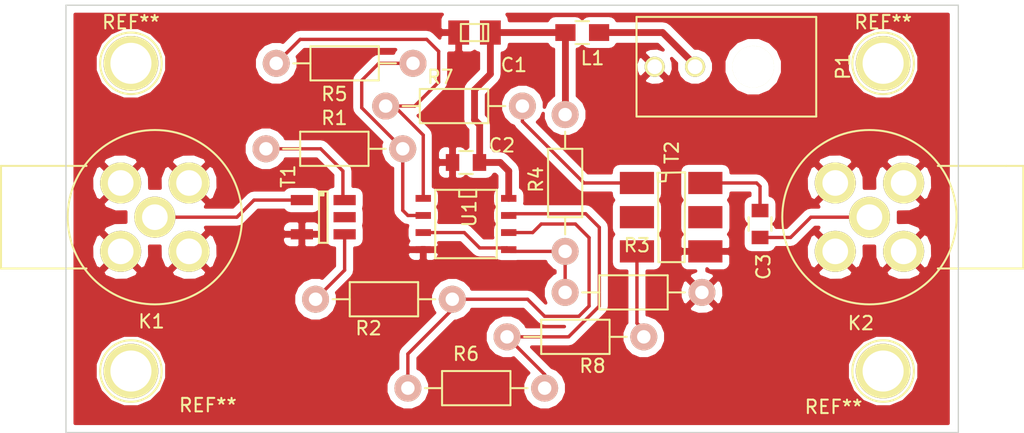
<source format=kicad_pcb>
(kicad_pcb (version 4) (host pcbnew 4.0.1-3.201512221401+6198~38~ubuntu15.10.1-stable)

  (general
    (links 36)
    (no_connects 0)
    (area 111.992999 91.919666 188.489001 124.256001)
    (thickness 1.6)
    (drawings 4)
    (tracks 84)
    (zones 0)
    (modules 22)
    (nets 18)
  )

  (page A4)
  (layers
    (0 F.Cu signal)
    (31 B.Cu signal)
    (32 B.Adhes user)
    (33 F.Adhes user)
    (34 B.Paste user)
    (35 F.Paste user)
    (36 B.SilkS user)
    (37 F.SilkS user)
    (38 B.Mask user)
    (39 F.Mask user)
    (40 Dwgs.User user)
    (41 Cmts.User user)
    (42 Eco1.User user)
    (43 Eco2.User user)
    (44 Edge.Cuts user)
    (45 Margin user)
    (46 B.CrtYd user)
    (47 F.CrtYd user)
    (48 B.Fab user)
    (49 F.Fab user)
  )

  (setup
    (last_trace_width 0.25)
    (trace_clearance 0.2)
    (zone_clearance 0.508)
    (zone_45_only no)
    (trace_min 0.2)
    (segment_width 0.2)
    (edge_width 0.1)
    (via_size 0.6)
    (via_drill 0.4)
    (via_min_size 0.4)
    (via_min_drill 0.3)
    (uvia_size 0.3)
    (uvia_drill 0.1)
    (uvias_allowed no)
    (uvia_min_size 0)
    (uvia_min_drill 0)
    (pcb_text_width 0.3)
    (pcb_text_size 1.5 1.5)
    (mod_edge_width 0.15)
    (mod_text_size 1 1)
    (mod_text_width 0.15)
    (pad_size 1.5 1.5)
    (pad_drill 0.6)
    (pad_to_mask_clearance 0)
    (aux_axis_origin 0 0)
    (visible_elements FFFFFF7F)
    (pcbplotparams
      (layerselection 0x010f0_80000001)
      (usegerberextensions false)
      (excludeedgelayer true)
      (linewidth 0.100000)
      (plotframeref false)
      (viasonmask false)
      (mode 1)
      (useauxorigin false)
      (hpglpennumber 1)
      (hpglpenspeed 20)
      (hpglpendiameter 15)
      (hpglpenoverlay 2)
      (psnegative false)
      (psa4output false)
      (plotreference true)
      (plotvalue true)
      (plotinvisibletext false)
      (padsonsilk false)
      (subtractmaskfromsilk false)
      (outputformat 1)
      (mirror false)
      (drillshape 0)
      (scaleselection 1)
      (outputdirectory gerber/))
  )

  (net 0 "")
  (net 1 "Net-(C1-Pad1)")
  (net 2 GND)
  (net 3 "Net-(C3-Pad1)")
  (net 4 "Net-(C3-Pad2)")
  (net 5 "Net-(K1-Pad1)")
  (net 6 +12V)
  (net 7 "Net-(R1-Pad1)")
  (net 8 "Net-(R1-Pad2)")
  (net 9 "Net-(R2-Pad1)")
  (net 10 "Net-(R2-Pad2)")
  (net 11 "Net-(R3-Pad1)")
  (net 12 "Net-(R5-Pad1)")
  (net 13 "Net-(R6-Pad1)")
  (net 14 "Net-(R7-Pad2)")
  (net 15 "Net-(R8-Pad1)")
  (net 16 "Net-(T1-Pad2)")
  (net 17 "Net-(T2-Pad2)")

  (net_class Default "This is the default net class."
    (clearance 0.2)
    (trace_width 0.25)
    (via_dia 0.6)
    (via_drill 0.4)
    (uvia_dia 0.3)
    (uvia_drill 0.1)
    (add_net "Net-(C3-Pad1)")
    (add_net "Net-(C3-Pad2)")
    (add_net "Net-(K1-Pad1)")
    (add_net "Net-(R1-Pad1)")
    (add_net "Net-(R1-Pad2)")
    (add_net "Net-(R2-Pad1)")
    (add_net "Net-(R2-Pad2)")
    (add_net "Net-(R3-Pad1)")
    (add_net "Net-(R5-Pad1)")
    (add_net "Net-(R6-Pad1)")
    (add_net "Net-(R7-Pad2)")
    (add_net "Net-(R8-Pad1)")
    (add_net "Net-(T1-Pad2)")
    (add_net "Net-(T2-Pad2)")
  )

  (net_class power ""
    (clearance 0.2)
    (trace_width 0.508)
    (via_dia 0.6)
    (via_drill 0.4)
    (uvia_dia 0.3)
    (uvia_drill 0.1)
    (add_net +12V)
    (add_net GND)
    (add_net "Net-(C1-Pad1)")
  )

  (module Capacitors_Tantalum_SMD:TantalC_SizeR_EIA-2012 placed (layer F.Cu) (tedit 569E5078) (tstamp 569C3B72)
    (at 147.447 94.488)
    (descr "Tantal Cap. , Size C, EIA-2012")
    (path /569C2287)
    (fp_text reference C1 (at 2.921 2.413) (layer F.SilkS)
      (effects (font (size 1 1) (thickness 0.15)))
    )
    (fp_text value "10 uF/16V" (at 0 1.27) (layer F.Fab)
      (effects (font (size 1 1) (thickness 0.15)))
    )
    (fp_line (start 0.635 -0.635) (end 0.635 0.635) (layer F.SilkS) (width 0.15))
    (fp_line (start -1.016 -0.635) (end -1.016 0.635) (layer F.SilkS) (width 0.15))
    (fp_line (start -1.016 0.635) (end 1.016 0.635) (layer F.SilkS) (width 0.15))
    (fp_line (start 1.016 0.635) (end 1.016 -0.635) (layer F.SilkS) (width 0.15))
    (fp_line (start 1.016 -0.635) (end -1.016 -0.635) (layer F.SilkS) (width 0.15))
    (pad 1 smd rect (at 1.17602 0) (size 1.5494 1.80086) (layers F.Cu F.Paste F.Mask)
      (net 1 "Net-(C1-Pad1)"))
    (pad 2 smd rect (at -1.17602 0) (size 1.5494 1.80086) (layers F.Cu F.Paste F.Mask)
      (net 2 GND))
    (model Capacitors_Tantalum_SMD.3dshapes/TantalC_SizeR_EIA-2012.wrl
      (at (xyz 0 0 0))
      (scale (xyz 1 1 1))
      (rotate (xyz 0 0 0))
    )
  )

  (module Capacitors_SMD:C_0805 placed (layer F.Cu) (tedit 569E5060) (tstamp 569C3B7E)
    (at 146.812 104.14 180)
    (descr "Capacitor SMD 0805, reflow soldering, AVX (see smccp.pdf)")
    (tags "capacitor 0805")
    (path /569C22BC)
    (attr smd)
    (fp_text reference C2 (at -2.667 1.27 180) (layer F.SilkS)
      (effects (font (size 1 1) (thickness 0.15)))
    )
    (fp_text value "100 nF" (at 0 2.1 180) (layer F.Fab)
      (effects (font (size 1 1) (thickness 0.15)))
    )
    (fp_line (start -1.8 -1) (end 1.8 -1) (layer F.CrtYd) (width 0.05))
    (fp_line (start -1.8 1) (end 1.8 1) (layer F.CrtYd) (width 0.05))
    (fp_line (start -1.8 -1) (end -1.8 1) (layer F.CrtYd) (width 0.05))
    (fp_line (start 1.8 -1) (end 1.8 1) (layer F.CrtYd) (width 0.05))
    (fp_line (start 0.5 -0.85) (end -0.5 -0.85) (layer F.SilkS) (width 0.15))
    (fp_line (start -0.5 0.85) (end 0.5 0.85) (layer F.SilkS) (width 0.15))
    (pad 1 smd rect (at -1 0 180) (size 1 1.25) (layers F.Cu F.Paste F.Mask)
      (net 1 "Net-(C1-Pad1)"))
    (pad 2 smd rect (at 1 0 180) (size 1 1.25) (layers F.Cu F.Paste F.Mask)
      (net 2 GND))
    (model Capacitors_SMD.3dshapes/C_0805.wrl
      (at (xyz 0 0 0))
      (scale (xyz 1 1 1))
      (rotate (xyz 0 0 0))
    )
  )

  (module Capacitors_SMD:C_0805 placed (layer F.Cu) (tedit 569E50F2) (tstamp 569C3B8A)
    (at 168.656 108.712 90)
    (descr "Capacitor SMD 0805, reflow soldering, AVX (see smccp.pdf)")
    (tags "capacitor 0805")
    (path /569C378F)
    (attr smd)
    (fp_text reference C3 (at -3.175 0.254 90) (layer F.SilkS)
      (effects (font (size 1 1) (thickness 0.15)))
    )
    (fp_text value "100 nF" (at 0 2.1 90) (layer F.Fab)
      (effects (font (size 1 1) (thickness 0.15)))
    )
    (fp_line (start -1.8 -1) (end 1.8 -1) (layer F.CrtYd) (width 0.05))
    (fp_line (start -1.8 1) (end 1.8 1) (layer F.CrtYd) (width 0.05))
    (fp_line (start -1.8 -1) (end -1.8 1) (layer F.CrtYd) (width 0.05))
    (fp_line (start 1.8 -1) (end 1.8 1) (layer F.CrtYd) (width 0.05))
    (fp_line (start 0.5 -0.85) (end -0.5 -0.85) (layer F.SilkS) (width 0.15))
    (fp_line (start -0.5 0.85) (end 0.5 0.85) (layer F.SilkS) (width 0.15))
    (pad 1 smd rect (at -1 0 90) (size 1 1.25) (layers F.Cu F.Paste F.Mask)
      (net 3 "Net-(C3-Pad1)"))
    (pad 2 smd rect (at 1 0 90) (size 1 1.25) (layers F.Cu F.Paste F.Mask)
      (net 4 "Net-(C3-Pad2)"))
    (model Capacitors_SMD.3dshapes/C_0805.wrl
      (at (xyz 0 0 0))
      (scale (xyz 1 1 1))
      (rotate (xyz 0 0 0))
    )
  )

  (module minicircuits:SMA_F_RA placed (layer F.Cu) (tedit 569E5103) (tstamp 569C3B93)
    (at 123.698 108.204 180)
    (path /569BF9B6)
    (fp_text reference K1 (at 0.254 -7.747 180) (layer F.SilkS)
      (effects (font (size 1 1) (thickness 0.15)))
    )
    (fp_text value "SMA F R/A" (at -6.16 -3.02 180) (layer F.Fab)
      (effects (font (size 1 1) (thickness 0.15)))
    )
    (fp_line (start 5.08 -3.81) (end 10.16 -3.81) (layer F.SilkS) (width 0.15))
    (fp_line (start 10.16 -3.81) (end 11.43 -3.81) (layer F.SilkS) (width 0.15))
    (fp_line (start 11.43 -3.81) (end 11.43 3.81) (layer F.SilkS) (width 0.15))
    (fp_line (start 11.43 3.81) (end 5.08 3.81) (layer F.SilkS) (width 0.15))
    (fp_circle (center 0 0) (end -1.27 -6.35) (layer F.SilkS) (width 0.15))
    (pad 1 thru_hole circle (at 0 0 180) (size 3.048 3.048) (drill 1.905) (layers *.Cu *.Mask F.SilkS)
      (net 5 "Net-(K1-Pad1)"))
    (pad 2 thru_hole circle (at 2.54 -2.54 180) (size 3.048 3.048) (drill 1.905) (layers *.Cu *.Mask F.SilkS)
      (net 2 GND))
    (pad 3 thru_hole circle (at 2.54 2.54 180) (size 3.048 3.048) (drill 1.905) (layers *.Cu *.Mask F.SilkS)
      (net 2 GND))
    (pad 4 thru_hole circle (at -2.54 2.54 180) (size 3.048 3.048) (drill 1.905) (layers *.Cu *.Mask F.SilkS)
      (net 2 GND))
    (pad 5 thru_hole circle (at -2.54 -2.54 180) (size 3.048 3.048) (drill 1.905) (layers *.Cu *.Mask F.SilkS)
      (net 2 GND))
  )

  (module minicircuits:SMA_F_RA placed (layer F.Cu) (tedit 569E50FE) (tstamp 569C3B9C)
    (at 176.784 108.204)
    (path /569C519C)
    (fp_text reference K2 (at -0.635 7.874) (layer F.SilkS)
      (effects (font (size 1 1) (thickness 0.15)))
    )
    (fp_text value "SMA F R/A" (at -6.16 -3.02) (layer F.Fab)
      (effects (font (size 1 1) (thickness 0.15)))
    )
    (fp_line (start 5.08 -3.81) (end 10.16 -3.81) (layer F.SilkS) (width 0.15))
    (fp_line (start 10.16 -3.81) (end 11.43 -3.81) (layer F.SilkS) (width 0.15))
    (fp_line (start 11.43 -3.81) (end 11.43 3.81) (layer F.SilkS) (width 0.15))
    (fp_line (start 11.43 3.81) (end 5.08 3.81) (layer F.SilkS) (width 0.15))
    (fp_circle (center 0 0) (end -1.27 -6.35) (layer F.SilkS) (width 0.15))
    (pad 1 thru_hole circle (at 0 0) (size 3.048 3.048) (drill 1.905) (layers *.Cu *.Mask F.SilkS)
      (net 3 "Net-(C3-Pad1)"))
    (pad 2 thru_hole circle (at 2.54 -2.54) (size 3.048 3.048) (drill 1.905) (layers *.Cu *.Mask F.SilkS)
      (net 2 GND))
    (pad 3 thru_hole circle (at 2.54 2.54) (size 3.048 3.048) (drill 1.905) (layers *.Cu *.Mask F.SilkS)
      (net 2 GND))
    (pad 4 thru_hole circle (at -2.54 2.54) (size 3.048 3.048) (drill 1.905) (layers *.Cu *.Mask F.SilkS)
      (net 2 GND))
    (pad 5 thru_hole circle (at -2.54 -2.54) (size 3.048 3.048) (drill 1.905) (layers *.Cu *.Mask F.SilkS)
      (net 2 GND))
  )

  (module Capacitors_SMD:C_0805_HandSoldering placed (layer F.Cu) (tedit 569E5071) (tstamp 569C3BA8)
    (at 155.448 94.488)
    (descr "Capacitor SMD 0805, hand soldering")
    (tags "capacitor 0805")
    (path /569C28E4)
    (attr smd)
    (fp_text reference L1 (at 0.762 1.905) (layer F.SilkS)
      (effects (font (size 1 1) (thickness 0.15)))
    )
    (fp_text value Ferrite (at 0 2.1) (layer F.Fab)
      (effects (font (size 1 1) (thickness 0.15)))
    )
    (fp_line (start -2.3 -1) (end 2.3 -1) (layer F.CrtYd) (width 0.05))
    (fp_line (start -2.3 1) (end 2.3 1) (layer F.CrtYd) (width 0.05))
    (fp_line (start -2.3 -1) (end -2.3 1) (layer F.CrtYd) (width 0.05))
    (fp_line (start 2.3 -1) (end 2.3 1) (layer F.CrtYd) (width 0.05))
    (fp_line (start 0.5 -0.85) (end -0.5 -0.85) (layer F.SilkS) (width 0.15))
    (fp_line (start -0.5 0.85) (end 0.5 0.85) (layer F.SilkS) (width 0.15))
    (pad 1 smd rect (at -1.25 0) (size 1.5 1.25) (layers F.Cu F.Paste F.Mask)
      (net 1 "Net-(C1-Pad1)"))
    (pad 2 smd rect (at 1.25 0) (size 1.5 1.25) (layers F.Cu F.Paste F.Mask)
      (net 6 +12V))
    (model Capacitors_SMD.3dshapes/C_0805_HandSoldering.wrl
      (at (xyz 0 0 0))
      (scale (xyz 1 1 1))
      (rotate (xyz 0 0 0))
    )
  )

  (module Connectors_Molex:Connector_Microfit3_Header_02x01_Angled_43045-020x placed (layer F.Cu) (tedit 55B90098) (tstamp 569C3BB7)
    (at 163.83 97.028 90)
    (descr "Microfit3 02x01 header angled 43045-0200")
    (tags "Microfit 02x01 angled 3mm pitch")
    (path /569C7D10)
    (fp_text reference P1 (at 0 11 90) (layer F.SilkS)
      (effects (font (size 1 1) (thickness 0.15)))
    )
    (fp_text value CONN_01X02 (at 0 -6.604 90) (layer F.Fab)
      (effects (font (size 1 1) (thickness 0.15)))
    )
    (fp_line (start -3.9 -4.55) (end -3.9 9.2) (layer F.CrtYd) (width 0.05))
    (fp_line (start -3.9 9.2) (end 3.9 9.2) (layer F.CrtYd) (width 0.05))
    (fp_line (start 3.9 9.2) (end 3.9 -4.55) (layer F.CrtYd) (width 0.05))
    (fp_line (start 3.9 -4.55) (end -3.9 -4.55) (layer F.CrtYd) (width 0.05))
    (fp_line (start -3.7 9) (end -3.7 -4.35) (layer F.SilkS) (width 0.15))
    (fp_line (start -3.7 -4.35) (end 3.7 -4.35) (layer F.SilkS) (width 0.15))
    (fp_line (start 3.7 -4.35) (end 3.7 9) (layer F.SilkS) (width 0.15))
    (fp_line (start 3.7 9) (end -3.7 9) (layer F.SilkS) (width 0.15))
    (pad 2 thru_hole circle (at 0 -3 90) (size 1.5 1.5) (drill 1.1) (layers *.Cu *.Mask F.SilkS)
      (net 2 GND))
    (pad 1 thru_hole circle (at 0 0 90) (size 1.5 1.5) (drill 1.1) (layers *.Cu *.Mask F.SilkS)
      (net 6 +12V))
    (pad "" np_thru_hole circle (at 0 4.32 90) (size 3.1 3.1) (drill 3.1) (layers *.Cu *.Mask F.SilkS))
  )

  (module Resistors_ThroughHole:Resistor_Horizontal_RM10mm placed (layer F.Cu) (tedit 569E50CB) (tstamp 569C3BC3)
    (at 137.033 103.124 180)
    (descr "Resistor, Axial,  RM 10mm, 1/3W,")
    (tags "Resistor, Axial, RM 10mm, 1/3W,")
    (path /569BFC06)
    (fp_text reference R1 (at 0 2.286 180) (layer F.SilkS)
      (effects (font (size 1 1) (thickness 0.15)))
    )
    (fp_text value 100 (at 3.81 3.81 180) (layer F.Fab)
      (effects (font (size 1 1) (thickness 0.15)))
    )
    (fp_line (start -2.54 -1.27) (end 2.54 -1.27) (layer F.SilkS) (width 0.15))
    (fp_line (start 2.54 -1.27) (end 2.54 1.27) (layer F.SilkS) (width 0.15))
    (fp_line (start 2.54 1.27) (end -2.54 1.27) (layer F.SilkS) (width 0.15))
    (fp_line (start -2.54 1.27) (end -2.54 -1.27) (layer F.SilkS) (width 0.15))
    (fp_line (start -2.54 0) (end -3.81 0) (layer F.SilkS) (width 0.15))
    (fp_line (start 2.54 0) (end 3.81 0) (layer F.SilkS) (width 0.15))
    (pad 1 thru_hole circle (at -5.08 0 180) (size 1.99898 1.99898) (drill 1.00076) (layers *.Cu *.SilkS *.Mask)
      (net 7 "Net-(R1-Pad1)"))
    (pad 2 thru_hole circle (at 5.08 0 180) (size 1.99898 1.99898) (drill 1.00076) (layers *.Cu *.SilkS *.Mask)
      (net 8 "Net-(R1-Pad2)"))
    (model Resistors_ThroughHole.3dshapes/Resistor_Horizontal_RM10mm.wrl
      (at (xyz 0 0 0))
      (scale (xyz 0.4 0.4 0.4))
      (rotate (xyz 0 0 0))
    )
  )

  (module Resistors_ThroughHole:Resistor_Horizontal_RM10mm placed (layer F.Cu) (tedit 569E50D1) (tstamp 569C3BCF)
    (at 140.716 114.3 180)
    (descr "Resistor, Axial,  RM 10mm, 1/3W,")
    (tags "Resistor, Axial, RM 10mm, 1/3W,")
    (path /569BFCE6)
    (fp_text reference R2 (at 1.143 -2.159 180) (layer F.SilkS)
      (effects (font (size 1 1) (thickness 0.15)))
    )
    (fp_text value 100 (at 3.81 3.81 180) (layer F.Fab)
      (effects (font (size 1 1) (thickness 0.15)))
    )
    (fp_line (start -2.54 -1.27) (end 2.54 -1.27) (layer F.SilkS) (width 0.15))
    (fp_line (start 2.54 -1.27) (end 2.54 1.27) (layer F.SilkS) (width 0.15))
    (fp_line (start 2.54 1.27) (end -2.54 1.27) (layer F.SilkS) (width 0.15))
    (fp_line (start -2.54 1.27) (end -2.54 -1.27) (layer F.SilkS) (width 0.15))
    (fp_line (start -2.54 0) (end -3.81 0) (layer F.SilkS) (width 0.15))
    (fp_line (start 2.54 0) (end 3.81 0) (layer F.SilkS) (width 0.15))
    (pad 1 thru_hole circle (at -5.08 0 180) (size 1.99898 1.99898) (drill 1.00076) (layers *.Cu *.SilkS *.Mask)
      (net 9 "Net-(R2-Pad1)"))
    (pad 2 thru_hole circle (at 5.08 0 180) (size 1.99898 1.99898) (drill 1.00076) (layers *.Cu *.SilkS *.Mask)
      (net 10 "Net-(R2-Pad2)"))
    (model Resistors_ThroughHole.3dshapes/Resistor_Horizontal_RM10mm.wrl
      (at (xyz 0 0 0))
      (scale (xyz 0.4 0.4 0.4))
      (rotate (xyz 0 0 0))
    )
  )

  (module Resistors_ThroughHole:Resistor_Horizontal_RM10mm placed (layer F.Cu) (tedit 53F56209) (tstamp 569C3BDB)
    (at 159.258 113.792)
    (descr "Resistor, Axial,  RM 10mm, 1/3W,")
    (tags "Resistor, Axial, RM 10mm, 1/3W,")
    (path /569C0A5D)
    (fp_text reference R3 (at 0.24892 -3.50012) (layer F.SilkS)
      (effects (font (size 1 1) (thickness 0.15)))
    )
    (fp_text value 1K (at 3.81 3.81) (layer F.Fab)
      (effects (font (size 1 1) (thickness 0.15)))
    )
    (fp_line (start -2.54 -1.27) (end 2.54 -1.27) (layer F.SilkS) (width 0.15))
    (fp_line (start 2.54 -1.27) (end 2.54 1.27) (layer F.SilkS) (width 0.15))
    (fp_line (start 2.54 1.27) (end -2.54 1.27) (layer F.SilkS) (width 0.15))
    (fp_line (start -2.54 1.27) (end -2.54 -1.27) (layer F.SilkS) (width 0.15))
    (fp_line (start -2.54 0) (end -3.81 0) (layer F.SilkS) (width 0.15))
    (fp_line (start 2.54 0) (end 3.81 0) (layer F.SilkS) (width 0.15))
    (pad 1 thru_hole circle (at -5.08 0) (size 1.99898 1.99898) (drill 1.00076) (layers *.Cu *.SilkS *.Mask)
      (net 11 "Net-(R3-Pad1)"))
    (pad 2 thru_hole circle (at 5.08 0) (size 1.99898 1.99898) (drill 1.00076) (layers *.Cu *.SilkS *.Mask)
      (net 2 GND))
    (model Resistors_ThroughHole.3dshapes/Resistor_Horizontal_RM10mm.wrl
      (at (xyz 0 0 0))
      (scale (xyz 0.4 0.4 0.4))
      (rotate (xyz 0 0 0))
    )
  )

  (module Resistors_ThroughHole:Resistor_Horizontal_RM10mm placed (layer F.Cu) (tedit 569E50E9) (tstamp 569C3BE7)
    (at 154.178 105.664 270)
    (descr "Resistor, Axial,  RM 10mm, 1/3W,")
    (tags "Resistor, Axial, RM 10mm, 1/3W,")
    (path /569C2114)
    (fp_text reference R4 (at -0.254 2.159 270) (layer F.SilkS)
      (effects (font (size 1 1) (thickness 0.15)))
    )
    (fp_text value 1K (at 3.81 3.81 270) (layer F.Fab)
      (effects (font (size 1 1) (thickness 0.15)))
    )
    (fp_line (start -2.54 -1.27) (end 2.54 -1.27) (layer F.SilkS) (width 0.15))
    (fp_line (start 2.54 -1.27) (end 2.54 1.27) (layer F.SilkS) (width 0.15))
    (fp_line (start 2.54 1.27) (end -2.54 1.27) (layer F.SilkS) (width 0.15))
    (fp_line (start -2.54 1.27) (end -2.54 -1.27) (layer F.SilkS) (width 0.15))
    (fp_line (start -2.54 0) (end -3.81 0) (layer F.SilkS) (width 0.15))
    (fp_line (start 2.54 0) (end 3.81 0) (layer F.SilkS) (width 0.15))
    (pad 1 thru_hole circle (at -5.08 0 270) (size 1.99898 1.99898) (drill 1.00076) (layers *.Cu *.SilkS *.Mask)
      (net 1 "Net-(C1-Pad1)"))
    (pad 2 thru_hole circle (at 5.08 0 270) (size 1.99898 1.99898) (drill 1.00076) (layers *.Cu *.SilkS *.Mask)
      (net 11 "Net-(R3-Pad1)"))
    (model Resistors_ThroughHole.3dshapes/Resistor_Horizontal_RM10mm.wrl
      (at (xyz 0 0 0))
      (scale (xyz 0.4 0.4 0.4))
      (rotate (xyz 0 0 0))
    )
  )

  (module Resistors_ThroughHole:Resistor_Horizontal_RM10mm placed (layer F.Cu) (tedit 569E50C8) (tstamp 569C3BF3)
    (at 137.795 96.774)
    (descr "Resistor, Axial,  RM 10mm, 1/3W,")
    (tags "Resistor, Axial, RM 10mm, 1/3W,")
    (path /569C1EA7)
    (fp_text reference R5 (at -0.762 2.286) (layer F.SilkS)
      (effects (font (size 1 1) (thickness 0.15)))
    )
    (fp_text value 1K (at 3.81 3.81) (layer F.Fab)
      (effects (font (size 1 1) (thickness 0.15)))
    )
    (fp_line (start -2.54 -1.27) (end 2.54 -1.27) (layer F.SilkS) (width 0.15))
    (fp_line (start 2.54 -1.27) (end 2.54 1.27) (layer F.SilkS) (width 0.15))
    (fp_line (start 2.54 1.27) (end -2.54 1.27) (layer F.SilkS) (width 0.15))
    (fp_line (start -2.54 1.27) (end -2.54 -1.27) (layer F.SilkS) (width 0.15))
    (fp_line (start -2.54 0) (end -3.81 0) (layer F.SilkS) (width 0.15))
    (fp_line (start 2.54 0) (end 3.81 0) (layer F.SilkS) (width 0.15))
    (pad 1 thru_hole circle (at -5.08 0) (size 1.99898 1.99898) (drill 1.00076) (layers *.Cu *.SilkS *.Mask)
      (net 12 "Net-(R5-Pad1)"))
    (pad 2 thru_hole circle (at 5.08 0) (size 1.99898 1.99898) (drill 1.00076) (layers *.Cu *.SilkS *.Mask)
      (net 7 "Net-(R1-Pad1)"))
    (model Resistors_ThroughHole.3dshapes/Resistor_Horizontal_RM10mm.wrl
      (at (xyz 0 0 0))
      (scale (xyz 0.4 0.4 0.4))
      (rotate (xyz 0 0 0))
    )
  )

  (module Resistors_ThroughHole:Resistor_Horizontal_RM10mm placed (layer F.Cu) (tedit 569E50D5) (tstamp 569C3BFF)
    (at 147.574 120.904 180)
    (descr "Resistor, Axial,  RM 10mm, 1/3W,")
    (tags "Resistor, Axial, RM 10mm, 1/3W,")
    (path /569C1D63)
    (fp_text reference R6 (at 0.762 2.54 180) (layer F.SilkS)
      (effects (font (size 1 1) (thickness 0.15)))
    )
    (fp_text value 1K (at 3.81 3.81 180) (layer F.Fab)
      (effects (font (size 1 1) (thickness 0.15)))
    )
    (fp_line (start -2.54 -1.27) (end 2.54 -1.27) (layer F.SilkS) (width 0.15))
    (fp_line (start 2.54 -1.27) (end 2.54 1.27) (layer F.SilkS) (width 0.15))
    (fp_line (start 2.54 1.27) (end -2.54 1.27) (layer F.SilkS) (width 0.15))
    (fp_line (start -2.54 1.27) (end -2.54 -1.27) (layer F.SilkS) (width 0.15))
    (fp_line (start -2.54 0) (end -3.81 0) (layer F.SilkS) (width 0.15))
    (fp_line (start 2.54 0) (end 3.81 0) (layer F.SilkS) (width 0.15))
    (pad 1 thru_hole circle (at -5.08 0 180) (size 1.99898 1.99898) (drill 1.00076) (layers *.Cu *.SilkS *.Mask)
      (net 13 "Net-(R6-Pad1)"))
    (pad 2 thru_hole circle (at 5.08 0 180) (size 1.99898 1.99898) (drill 1.00076) (layers *.Cu *.SilkS *.Mask)
      (net 9 "Net-(R2-Pad1)"))
    (model Resistors_ThroughHole.3dshapes/Resistor_Horizontal_RM10mm.wrl
      (at (xyz 0 0 0))
      (scale (xyz 0.4 0.4 0.4))
      (rotate (xyz 0 0 0))
    )
  )

  (module Resistors_ThroughHole:Resistor_Horizontal_RM10mm placed (layer F.Cu) (tedit 569E507F) (tstamp 569C3C0B)
    (at 145.923 99.949)
    (descr "Resistor, Axial,  RM 10mm, 1/3W,")
    (tags "Resistor, Axial, RM 10mm, 1/3W,")
    (path /569C2EB2)
    (fp_text reference R7 (at -1.016 -2.159) (layer F.SilkS)
      (effects (font (size 1 1) (thickness 0.15)))
    )
    (fp_text value 4R99 (at 3.81 3.81) (layer F.Fab)
      (effects (font (size 1 1) (thickness 0.15)))
    )
    (fp_line (start -2.54 -1.27) (end 2.54 -1.27) (layer F.SilkS) (width 0.15))
    (fp_line (start 2.54 -1.27) (end 2.54 1.27) (layer F.SilkS) (width 0.15))
    (fp_line (start 2.54 1.27) (end -2.54 1.27) (layer F.SilkS) (width 0.15))
    (fp_line (start -2.54 1.27) (end -2.54 -1.27) (layer F.SilkS) (width 0.15))
    (fp_line (start -2.54 0) (end -3.81 0) (layer F.SilkS) (width 0.15))
    (fp_line (start 2.54 0) (end 3.81 0) (layer F.SilkS) (width 0.15))
    (pad 1 thru_hole circle (at -5.08 0) (size 1.99898 1.99898) (drill 1.00076) (layers *.Cu *.SilkS *.Mask)
      (net 12 "Net-(R5-Pad1)"))
    (pad 2 thru_hole circle (at 5.08 0) (size 1.99898 1.99898) (drill 1.00076) (layers *.Cu *.SilkS *.Mask)
      (net 14 "Net-(R7-Pad2)"))
    (model Resistors_ThroughHole.3dshapes/Resistor_Horizontal_RM10mm.wrl
      (at (xyz 0 0 0))
      (scale (xyz 0.4 0.4 0.4))
      (rotate (xyz 0 0 0))
    )
  )

  (module Resistors_ThroughHole:Resistor_Horizontal_RM10mm placed (layer F.Cu) (tedit 569E50DC) (tstamp 569C3C17)
    (at 154.94 117.094 180)
    (descr "Resistor, Axial,  RM 10mm, 1/3W,")
    (tags "Resistor, Axial, RM 10mm, 1/3W,")
    (path /569C2F0F)
    (fp_text reference R8 (at -1.27 -2.159 180) (layer F.SilkS)
      (effects (font (size 1 1) (thickness 0.15)))
    )
    (fp_text value 4R99 (at 3.81 3.81 180) (layer F.Fab)
      (effects (font (size 1 1) (thickness 0.15)))
    )
    (fp_line (start -2.54 -1.27) (end 2.54 -1.27) (layer F.SilkS) (width 0.15))
    (fp_line (start 2.54 -1.27) (end 2.54 1.27) (layer F.SilkS) (width 0.15))
    (fp_line (start 2.54 1.27) (end -2.54 1.27) (layer F.SilkS) (width 0.15))
    (fp_line (start -2.54 1.27) (end -2.54 -1.27) (layer F.SilkS) (width 0.15))
    (fp_line (start -2.54 0) (end -3.81 0) (layer F.SilkS) (width 0.15))
    (fp_line (start 2.54 0) (end 3.81 0) (layer F.SilkS) (width 0.15))
    (pad 1 thru_hole circle (at -5.08 0 180) (size 1.99898 1.99898) (drill 1.00076) (layers *.Cu *.SilkS *.Mask)
      (net 15 "Net-(R8-Pad1)"))
    (pad 2 thru_hole circle (at 5.08 0 180) (size 1.99898 1.99898) (drill 1.00076) (layers *.Cu *.SilkS *.Mask)
      (net 13 "Net-(R6-Pad1)"))
    (model Resistors_ThroughHole.3dshapes/Resistor_Horizontal_RM10mm.wrl
      (at (xyz 0 0 0))
      (scale (xyz 0.4 0.4 0.4))
      (rotate (xyz 0 0 0))
    )
  )

  (module minicircuits:TC4-1T placed (layer F.Cu) (tedit 569E504C) (tstamp 569C3C20)
    (at 134.62 106.934 270)
    (path /569BF820)
    (fp_text reference T1 (at -1.778 1.016 270) (layer F.SilkS)
      (effects (font (size 1 1) (thickness 0.15)))
    )
    (fp_text value TC4-1T (at 1.35 -1.5 270) (layer F.Fab) hide
      (effects (font (size 0.5 0.5) (thickness 0.125)))
    )
    (fp_line (start -0.45 -1.3) (end -0.45 -1.6) (layer F.SilkS) (width 0.15))
    (fp_line (start -0.45 -1.6) (end -0.35 -1.6) (layer F.SilkS) (width 0.15))
    (fp_line (start -0.35 -1.35) (end -0.35 -1.6) (layer F.SilkS) (width 0.15))
    (fp_line (start -0.35 -1.6) (end -0.55 -1.6) (layer F.SilkS) (width 0.15))
    (fp_line (start -0.55 -1.6) (end -0.5 -1.4) (layer F.SilkS) (width 0.15))
    (fp_line (start -0.635 -1.27) (end 3.175 -1.27) (layer F.SilkS) (width 0.15))
    (fp_line (start 3.175 -1.27) (end 3.175 -1.905) (layer F.SilkS) (width 0.15))
    (fp_line (start 3.175 -1.905) (end -0.635 -1.905) (layer F.SilkS) (width 0.15))
    (fp_line (start -0.635 -1.905) (end -0.635 -1.27) (layer F.SilkS) (width 0.15))
    (pad 5 smd rect (at 0 0 270) (size 0.76 1.65) (layers F.Cu F.Paste F.Mask))
    (pad 4 smd rect (at 2.54 0 270) (size 0.76 1.65) (layers F.Cu F.Paste F.Mask)
      (net 2 GND))
    (pad 1 smd rect (at 0 -3.175 270) (size 0.76 1.65) (layers F.Cu F.Paste F.Mask)
      (net 8 "Net-(R1-Pad2)"))
    (pad 2 smd rect (at 1.27 -3.175 270) (size 0.76 1.65) (layers F.Cu F.Paste F.Mask)
      (net 16 "Net-(T1-Pad2)"))
    (pad 3 smd rect (at 2.54 -3.175 270) (size 0.76 1.65) (layers F.Cu F.Paste F.Mask)
      (net 10 "Net-(R2-Pad2)"))
  )

  (module minicircuits:ADT1.5-1 placed (layer F.Cu) (tedit 569BEF97) (tstamp 569C3C2A)
    (at 159.512 105.664 270)
    (path /569E4E79)
    (fp_text reference T2 (at -2.27 -2.59 270) (layer F.SilkS)
      (effects (font (size 1 1) (thickness 0.15)))
    )
    (fp_text value ADT1.5-1 (at 2.83 -2.63 270) (layer F.Fab)
      (effects (font (size 0.8 0.8) (thickness 0.15)))
    )
    (fp_line (start -0.67 -1.56) (end 5.88 -1.6) (layer F.SilkS) (width 0.15))
    (fp_line (start 5.88 -1.6) (end 5.88 -3.54) (layer F.SilkS) (width 0.15))
    (fp_line (start 5.88 -3.54) (end -0.79 -3.58) (layer F.SilkS) (width 0.15))
    (fp_line (start -0.79 -3.58) (end -0.75 -1.52) (layer F.SilkS) (width 0.15))
    (fp_line (start -0.75 -1.52) (end -0.1 -1.56) (layer F.SilkS) (width 0.15))
    (fp_line (start -0.1 -1.56) (end -0.14 -2.13) (layer F.SilkS) (width 0.15))
    (fp_line (start -0.14 -2.13) (end -0.64 -2.17) (layer F.SilkS) (width 0.15))
    (fp_line (start -0.64 -2.17) (end -0.56 -2.17) (layer F.SilkS) (width 0.15))
    (pad 1 smd rect (at 0 0 270) (size 1.65 2.54) (layers F.Cu F.Paste F.Mask)
      (net 14 "Net-(R7-Pad2)"))
    (pad 6 smd rect (at 0 -5.08 270) (size 1.65 2.54) (layers F.Cu F.Paste F.Mask)
      (net 4 "Net-(C3-Pad2)"))
    (pad 2 smd rect (at 2.54 0 270) (size 1.65 2.54) (layers F.Cu F.Paste F.Mask)
      (net 17 "Net-(T2-Pad2)"))
    (pad 3 smd rect (at 5.08 0 270) (size 1.65 2.54) (layers F.Cu F.Paste F.Mask)
      (net 15 "Net-(R8-Pad1)"))
    (pad 4 smd rect (at 5.08 -5.08 270) (size 1.65 2.54) (layers F.Cu F.Paste F.Mask)
      (net 2 GND))
    (pad 5 smd rect (at 2.54 -5.08 270) (size 1.65 2.54) (layers F.Cu F.Paste F.Mask))
  )

  (module SMD_Packages:SOIC-8-N placed (layer F.Cu) (tedit 569E508D) (tstamp 569C3C3D)
    (at 146.812 108.712 270)
    (descr "Module Narrow CMS SOJ 8 pins large")
    (tags "CMS SOJ")
    (path /569C088B)
    (attr smd)
    (fp_text reference U1 (at -0.762 -0.254 270) (layer F.SilkS)
      (effects (font (size 1 1) (thickness 0.15)))
    )
    (fp_text value OPA26741C (at 0 1.27 270) (layer F.Fab)
      (effects (font (size 1 1) (thickness 0.15)))
    )
    (fp_line (start -2.54 -2.286) (end 2.54 -2.286) (layer F.SilkS) (width 0.15))
    (fp_line (start 2.54 -2.286) (end 2.54 2.286) (layer F.SilkS) (width 0.15))
    (fp_line (start 2.54 2.286) (end -2.54 2.286) (layer F.SilkS) (width 0.15))
    (fp_line (start -2.54 2.286) (end -2.54 -2.286) (layer F.SilkS) (width 0.15))
    (fp_line (start -2.54 -0.762) (end -2.032 -0.762) (layer F.SilkS) (width 0.15))
    (fp_line (start -2.032 -0.762) (end -2.032 0.508) (layer F.SilkS) (width 0.15))
    (fp_line (start -2.032 0.508) (end -2.54 0.508) (layer F.SilkS) (width 0.15))
    (pad 8 smd rect (at -1.905 -3.175 270) (size 0.508 1.143) (layers F.Cu F.Paste F.Mask)
      (net 1 "Net-(C1-Pad1)"))
    (pad 7 smd rect (at -0.635 -3.175 270) (size 0.508 1.143) (layers F.Cu F.Paste F.Mask)
      (net 13 "Net-(R6-Pad1)"))
    (pad 6 smd rect (at 0.635 -3.175 270) (size 0.508 1.143) (layers F.Cu F.Paste F.Mask)
      (net 9 "Net-(R2-Pad1)"))
    (pad 5 smd rect (at 1.905 -3.175 270) (size 0.508 1.143) (layers F.Cu F.Paste F.Mask)
      (net 11 "Net-(R3-Pad1)"))
    (pad 4 smd rect (at 1.905 3.175 270) (size 0.508 1.143) (layers F.Cu F.Paste F.Mask)
      (net 2 GND))
    (pad 3 smd rect (at 0.635 3.175 270) (size 0.508 1.143) (layers F.Cu F.Paste F.Mask)
      (net 11 "Net-(R3-Pad1)"))
    (pad 2 smd rect (at -0.635 3.175 270) (size 0.508 1.143) (layers F.Cu F.Paste F.Mask)
      (net 7 "Net-(R1-Pad1)"))
    (pad 1 smd rect (at -1.905 3.175 270) (size 0.508 1.143) (layers F.Cu F.Paste F.Mask)
      (net 12 "Net-(R5-Pad1)"))
    (model SMD_Packages.3dshapes/SOIC-8-N.wrl
      (at (xyz 0 0 0))
      (scale (xyz 0.5 0.38 0.5))
      (rotate (xyz 0 0 0))
    )
  )

  (module Connect:1pin (layer F.Cu) (tedit 0) (tstamp 569E55D8)
    (at 121.92 96.774)
    (descr "module 1 pin (ou trou mecanique de percage)")
    (tags DEV)
    (fp_text reference REF** (at 0 -3.048) (layer F.SilkS)
      (effects (font (size 1 1) (thickness 0.15)))
    )
    (fp_text value 1pin (at 0 2.794) (layer F.Fab)
      (effects (font (size 1 1) (thickness 0.15)))
    )
    (fp_circle (center 0 0) (end 0 -2.286) (layer F.SilkS) (width 0.15))
    (pad 1 thru_hole circle (at 0 0) (size 4.064 4.064) (drill 3.048) (layers *.Cu *.Mask F.SilkS))
  )

  (module Connect:1pin (layer F.Cu) (tedit 569E5783) (tstamp 569E563D)
    (at 121.92 119.634)
    (descr "module 1 pin (ou trou mecanique de percage)")
    (tags DEV)
    (fp_text reference REF** (at 5.715 2.54) (layer F.SilkS)
      (effects (font (size 1 1) (thickness 0.15)))
    )
    (fp_text value 1pin (at 0 2.794) (layer F.Fab)
      (effects (font (size 1 1) (thickness 0.15)))
    )
    (fp_circle (center 0 0) (end 0 -2.286) (layer F.SilkS) (width 0.15))
    (pad 1 thru_hole circle (at 0 0) (size 4.064 4.064) (drill 3.048) (layers *.Cu *.Mask F.SilkS))
  )

  (module Connect:1pin (layer F.Cu) (tedit 569E577E) (tstamp 569E5653)
    (at 177.8 119.634)
    (descr "module 1 pin (ou trou mecanique de percage)")
    (tags DEV)
    (fp_text reference REF** (at -3.683 2.667) (layer F.SilkS)
      (effects (font (size 1 1) (thickness 0.15)))
    )
    (fp_text value 1pin (at 0 2.794) (layer F.Fab)
      (effects (font (size 1 1) (thickness 0.15)))
    )
    (fp_circle (center 0 0) (end 0 -2.286) (layer F.SilkS) (width 0.15))
    (pad 1 thru_hole circle (at 0 0) (size 4.064 4.064) (drill 3.048) (layers *.Cu *.Mask F.SilkS))
  )

  (module Connect:1pin (layer F.Cu) (tedit 0) (tstamp 569E565B)
    (at 177.8 96.774)
    (descr "module 1 pin (ou trou mecanique de percage)")
    (tags DEV)
    (fp_text reference REF** (at 0 -3.048) (layer F.SilkS)
      (effects (font (size 1 1) (thickness 0.15)))
    )
    (fp_text value 1pin (at 0 2.794) (layer F.Fab)
      (effects (font (size 1 1) (thickness 0.15)))
    )
    (fp_circle (center 0 0) (end 0 -2.286) (layer F.SilkS) (width 0.15))
    (pad 1 thru_hole circle (at 0 0) (size 4.064 4.064) (drill 3.048) (layers *.Cu *.Mask F.SilkS))
  )

  (gr_line (start 117.094 92.456) (end 117.094 124.206) (angle 90) (layer Edge.Cuts) (width 0.1))
  (gr_line (start 183.388 92.456) (end 117.094 92.456) (angle 90) (layer Edge.Cuts) (width 0.1))
  (gr_line (start 183.388 124.206) (end 183.388 92.456) (angle 90) (layer Edge.Cuts) (width 0.1))
  (gr_line (start 117.094 124.206) (end 183.388 124.206) (angle 90) (layer Edge.Cuts) (width 0.1))

  (segment (start 148.62302 94.488) (end 148.62302 97.56902) (width 0.508) (layer F.Cu) (net 1) (status 10))
  (segment (start 147.828 101.346) (end 147.828 104.124) (width 0.508) (layer F.Cu) (net 1) (tstamp 569E496F) (status 20))
  (segment (start 147.447 100.965) (end 147.828 101.346) (width 0.508) (layer F.Cu) (net 1) (tstamp 569E496D))
  (segment (start 147.447 98.74504) (end 147.447 100.965) (width 0.508) (layer F.Cu) (net 1) (tstamp 569E496B))
  (segment (start 148.62302 97.56902) (end 147.447 98.74504) (width 0.508) (layer F.Cu) (net 1) (tstamp 569E4967))
  (segment (start 147.828 104.124) (end 147.812 104.14) (width 0.508) (layer F.Cu) (net 1) (tstamp 569E4972) (status 30))
  (segment (start 147.812 104.14) (end 149.352 104.14) (width 0.508) (layer F.Cu) (net 1) (tstamp 569E4973) (status 10))
  (segment (start 149.352 104.14) (end 149.987 104.775) (width 0.508) (layer F.Cu) (net 1) (tstamp 569E4976))
  (segment (start 149.987 104.775) (end 149.987 106.807) (width 0.508) (layer F.Cu) (net 1) (tstamp 569E4977) (status 20))
  (segment (start 154.198 94.488) (end 154.198 100.564) (width 0.508) (layer F.Cu) (net 1) (status 30))
  (segment (start 154.198 100.564) (end 154.178 100.584) (width 0.508) (layer F.Cu) (net 1) (tstamp 569E4935) (status 30))
  (segment (start 154.198 94.488) (end 149.25802 94.488) (width 0.508) (layer F.Cu) (net 1) (status 30))
  (segment (start 149.25802 94.488) (end 149.098 94.32798) (width 0.508) (layer F.Cu) (net 1) (tstamp 569E492B) (status 30))
  (segment (start 154.178 94.508) (end 154.198 94.488) (width 0.25) (layer F.Cu) (net 1) (tstamp 569C4F0F) (status 30))
  (segment (start 149.25802 94.488) (end 149.098 94.32798) (width 0.25) (layer F.Cu) (net 1) (tstamp 569C4E64) (status 30))
  (segment (start 143.637 110.617) (end 143.51 110.617) (width 0.508) (layer F.Cu) (net 2) (status 30))
  (segment (start 164.338 110.998) (end 164.592 110.744) (width 0.508) (layer F.Cu) (net 2) (tstamp 569E4BF1) (status 30))
  (segment (start 174.117 110.744) (end 174.244 110.744) (width 0.508) (layer F.Cu) (net 2) (tstamp 569E4BDE) (status 30))
  (segment (start 168.656 109.712) (end 170.926 109.712) (width 0.25) (layer F.Cu) (net 3) (status 10))
  (segment (start 172.434 108.204) (end 176.784 108.204) (width 0.25) (layer F.Cu) (net 3) (tstamp 569C4DEB) (status 20))
  (segment (start 170.926 109.712) (end 172.434 108.204) (width 0.25) (layer F.Cu) (net 3) (tstamp 569C4DE9))
  (segment (start 168.656 107.712) (end 168.656 105.918) (width 0.25) (layer F.Cu) (net 4) (status 10))
  (segment (start 168.402 105.664) (end 164.592 105.664) (width 0.25) (layer F.Cu) (net 4) (tstamp 569E4487) (status 20))
  (segment (start 168.656 105.918) (end 168.402 105.664) (width 0.25) (layer F.Cu) (net 4) (tstamp 569E4482))
  (segment (start 123.698 108.204) (end 129.794 108.204) (width 0.25) (layer F.Cu) (net 5) (status 10))
  (segment (start 129.794 108.204) (end 131.064 106.934) (width 0.25) (layer F.Cu) (net 5) (tstamp 569C476A))
  (segment (start 131.064 106.934) (end 134.62 106.934) (width 0.25) (layer F.Cu) (net 5) (tstamp 569C476E) (status 20))
  (segment (start 163.83 97.028) (end 163.83 96.901) (width 0.508) (layer F.Cu) (net 6) (status 30))
  (segment (start 163.83 96.901) (end 161.417 94.488) (width 0.508) (layer F.Cu) (net 6) (tstamp 569E48DD) (status 10))
  (segment (start 161.417 94.488) (end 156.698 94.488) (width 0.508) (layer F.Cu) (net 6) (tstamp 569E48DF) (status 20))
  (segment (start 163.83 97.028) (end 163.83 96.52) (width 0.25) (layer F.Cu) (net 6) (status 30))
  (segment (start 142.113 103.124) (end 142.113 107.696) (width 0.25) (layer F.Cu) (net 7) (status 10))
  (segment (start 142.494 108.077) (end 143.637 108.077) (width 0.25) (layer F.Cu) (net 7) (tstamp 569E4B62) (status 20))
  (segment (start 142.113 107.696) (end 142.494 108.077) (width 0.25) (layer F.Cu) (net 7) (tstamp 569E4B5E))
  (segment (start 142.875 96.774) (end 140.335 96.774) (width 0.25) (layer F.Cu) (net 7) (status 10))
  (segment (start 139.065 100.076) (end 142.113 103.124) (width 0.25) (layer F.Cu) (net 7) (tstamp 569E4B5A) (status 20))
  (segment (start 139.065 98.044) (end 139.065 100.076) (width 0.25) (layer F.Cu) (net 7) (tstamp 569E4B58))
  (segment (start 140.335 96.774) (end 139.065 98.044) (width 0.25) (layer F.Cu) (net 7) (tstamp 569E4B54))
  (segment (start 131.953 103.124) (end 136.017 103.124) (width 0.25) (layer F.Cu) (net 8) (status 10))
  (segment (start 137.668 104.775) (end 137.668 106.807) (width 0.25) (layer F.Cu) (net 8) (tstamp 569E4A91) (status 20))
  (segment (start 136.017 103.124) (end 137.668 104.775) (width 0.25) (layer F.Cu) (net 8) (tstamp 569E4A90))
  (segment (start 137.668 106.807) (end 137.795 106.934) (width 0.25) (layer F.Cu) (net 8) (tstamp 569E4A92) (status 30))
  (segment (start 149.987 109.347) (end 151.765 109.347) (width 0.25) (layer F.Cu) (net 9) (status 10))
  (segment (start 151.384 114.3) (end 145.796 114.3) (width 0.25) (layer F.Cu) (net 9) (tstamp 569C4D5B) (status 20))
  (segment (start 152.654 115.57) (end 151.384 114.3) (width 0.25) (layer F.Cu) (net 9) (tstamp 569C4D59))
  (segment (start 155.194 115.57) (end 152.654 115.57) (width 0.25) (layer F.Cu) (net 9) (tstamp 569C4D56))
  (segment (start 155.956 114.808) (end 155.194 115.57) (width 0.25) (layer F.Cu) (net 9) (tstamp 569C4D54))
  (segment (start 155.956 109.728) (end 155.956 114.808) (width 0.25) (layer F.Cu) (net 9) (tstamp 569C4D50))
  (segment (start 154.94 108.712) (end 155.956 109.728) (width 0.25) (layer F.Cu) (net 9) (tstamp 569C4D4F))
  (segment (start 152.4 108.712) (end 154.94 108.712) (width 0.25) (layer F.Cu) (net 9) (tstamp 569C4D4D))
  (segment (start 151.765 109.347) (end 152.4 108.712) (width 0.25) (layer F.Cu) (net 9) (tstamp 569C4D46))
  (segment (start 142.494 120.904) (end 142.494 118.364) (width 0.25) (layer F.Cu) (net 9) (status 10))
  (segment (start 142.494 118.364) (end 145.796 115.062) (width 0.25) (layer F.Cu) (net 9) (tstamp 569C4A79) (status 20))
  (segment (start 137.795 109.474) (end 137.795 112.141) (width 0.25) (layer F.Cu) (net 10) (status 10))
  (segment (start 137.795 112.141) (end 135.636 114.3) (width 0.25) (layer F.Cu) (net 10) (tstamp 569C4A72) (status 20))
  (segment (start 154.178 110.744) (end 150.114 110.744) (width 0.25) (layer F.Cu) (net 11) (status 30))
  (segment (start 150.114 110.744) (end 149.86 110.49) (width 0.25) (layer F.Cu) (net 11) (tstamp 569C4CA2) (status 30))
  (segment (start 149.86 110.49) (end 147.828 110.49) (width 0.25) (layer F.Cu) (net 11) (tstamp 569C4CA5) (status 10))
  (segment (start 147.828 110.49) (end 146.685 109.347) (width 0.25) (layer F.Cu) (net 11) (tstamp 569C4CA7))
  (segment (start 146.685 109.347) (end 143.637 109.347) (width 0.25) (layer F.Cu) (net 11) (tstamp 569C4CA9) (status 20))
  (segment (start 154.178 113.792) (end 154.178 110.744) (width 0.25) (layer F.Cu) (net 11) (status 30))
  (segment (start 140.843 99.949) (end 143.002 99.949) (width 0.25) (layer F.Cu) (net 12) (status 10))
  (segment (start 134.493 94.996) (end 132.715 96.774) (width 0.25) (layer F.Cu) (net 12) (tstamp 569E4B8C) (status 20))
  (segment (start 143.891 94.996) (end 134.493 94.996) (width 0.25) (layer F.Cu) (net 12) (tstamp 569E4B8A))
  (segment (start 144.78 95.885) (end 143.891 94.996) (width 0.25) (layer F.Cu) (net 12) (tstamp 569E4B89))
  (segment (start 144.78 98.171) (end 144.78 95.885) (width 0.25) (layer F.Cu) (net 12) (tstamp 569E4B87))
  (segment (start 143.002 99.949) (end 144.78 98.171) (width 0.25) (layer F.Cu) (net 12) (tstamp 569E4B84))
  (segment (start 140.843 99.949) (end 141.478 99.949) (width 0.25) (layer F.Cu) (net 12) (status 30))
  (segment (start 141.478 99.949) (end 143.637 102.108) (width 0.25) (layer F.Cu) (net 12) (tstamp 569E4B47) (status 10))
  (segment (start 143.637 102.108) (end 143.637 106.807) (width 0.25) (layer F.Cu) (net 12) (tstamp 569E4B4B) (status 20))
  (segment (start 149.86 117.094) (end 154.432 117.094) (width 0.25) (layer F.Cu) (net 13) (status 10))
  (segment (start 155.702 107.95) (end 150.114 107.95) (width 0.25) (layer F.Cu) (net 13) (tstamp 569C4D73) (status 20))
  (segment (start 156.718 108.966) (end 155.702 107.95) (width 0.25) (layer F.Cu) (net 13) (tstamp 569C4D71))
  (segment (start 156.718 114.808) (end 156.718 108.966) (width 0.25) (layer F.Cu) (net 13) (tstamp 569C4D6F))
  (segment (start 154.432 117.094) (end 156.718 114.808) (width 0.25) (layer F.Cu) (net 13) (tstamp 569C4D6D))
  (segment (start 150.114 107.95) (end 149.987 108.077) (width 0.25) (layer F.Cu) (net 13) (tstamp 569C4D75) (status 30))
  (segment (start 152.654 120.904) (end 152.654 119.888) (width 0.25) (layer F.Cu) (net 13) (status 10))
  (segment (start 152.654 119.888) (end 149.86 117.094) (width 0.25) (layer F.Cu) (net 13) (tstamp 569C4D33) (status 20))
  (segment (start 159.512 105.664) (end 155.575 105.664) (width 0.25) (layer F.Cu) (net 14) (status 10))
  (segment (start 151.003 101.092) (end 151.003 99.949) (width 0.25) (layer F.Cu) (net 14) (tstamp 569E4BB3) (status 20))
  (segment (start 155.575 105.664) (end 151.003 101.092) (width 0.25) (layer F.Cu) (net 14) (tstamp 569E4BB2))
  (segment (start 160.02 117.094) (end 160.02 116.586) (width 0.25) (layer F.Cu) (net 15) (status 30))
  (segment (start 160.02 116.586) (end 159.512 116.078) (width 0.25) (layer F.Cu) (net 15) (tstamp 569C4D7F) (status 10))
  (segment (start 159.512 116.078) (end 159.512 110.744) (width 0.25) (layer F.Cu) (net 15) (tstamp 569C4D82) (status 20))

  (zone (net 2) (net_name GND) (layer F.Cu) (tstamp 569E4F2B) (hatch edge 0.508)
    (connect_pads (clearance 0.508))
    (min_thickness 0.254)
    (fill yes (arc_segments 16) (thermal_gap 0.508) (thermal_bridge_width 0.508))
    (polygon
      (pts
        (xy 182.753 123.698) (xy 117.348 123.698) (xy 117.22152 92.836999) (xy 182.753 92.71) (xy 182.753 123.698)
      )
    )
    (filled_polygon
      (pts
        (xy 144.957953 93.227871) (xy 144.86128 93.46126) (xy 144.86128 94.20225) (xy 145.02003 94.361) (xy 146.14398 94.361)
        (xy 146.14398 94.341) (xy 146.39798 94.341) (xy 146.39798 94.361) (xy 146.41798 94.361) (xy 146.41798 94.615)
        (xy 146.39798 94.615) (xy 146.39798 95.86468) (xy 146.55673 96.02343) (xy 147.171989 96.02343) (xy 147.405378 95.926757)
        (xy 147.448411 95.883724) (xy 147.59643 95.984861) (xy 147.73402 96.012724) (xy 147.73402 97.200784) (xy 146.818382 98.116422)
        (xy 146.625671 98.404834) (xy 146.558 98.74504) (xy 146.558 100.965) (xy 146.625671 101.305206) (xy 146.763227 101.511073)
        (xy 146.818382 101.593618) (xy 146.939 101.714236) (xy 146.939 103.000435) (xy 146.860559 103.05091) (xy 146.814031 103.119006)
        (xy 146.671698 102.976673) (xy 146.438309 102.88) (xy 146.09775 102.88) (xy 145.939 103.03875) (xy 145.939 104.013)
        (xy 145.959 104.013) (xy 145.959 104.267) (xy 145.939 104.267) (xy 145.939 105.24125) (xy 146.09775 105.4)
        (xy 146.438309 105.4) (xy 146.671698 105.303327) (xy 146.812936 105.16209) (xy 146.84791 105.216441) (xy 147.06011 105.361431)
        (xy 147.312 105.41244) (xy 148.312 105.41244) (xy 148.547317 105.368162) (xy 148.763441 105.22909) (xy 148.900157 105.029)
        (xy 148.983764 105.029) (xy 149.098 105.143236) (xy 149.098 106.002721) (xy 148.964059 106.08891) (xy 148.819069 106.30111)
        (xy 148.76806 106.553) (xy 148.76806 107.061) (xy 148.812338 107.296317) (xy 148.906666 107.442907) (xy 148.819069 107.57111)
        (xy 148.76806 107.823) (xy 148.76806 108.331) (xy 148.812338 108.566317) (xy 148.906666 108.712907) (xy 148.819069 108.84111)
        (xy 148.76806 109.093) (xy 148.76806 109.601) (xy 148.792333 109.73) (xy 148.142802 109.73) (xy 147.222401 108.809599)
        (xy 146.975839 108.644852) (xy 146.685 108.587) (xy 144.802123 108.587) (xy 144.804931 108.58289) (xy 144.85594 108.331)
        (xy 144.85594 107.823) (xy 144.811662 107.587683) (xy 144.717334 107.441093) (xy 144.804931 107.31289) (xy 144.85594 107.061)
        (xy 144.85594 106.553) (xy 144.811662 106.317683) (xy 144.67259 106.101559) (xy 144.46039 105.956569) (xy 144.397 105.943732)
        (xy 144.397 104.42575) (xy 144.677 104.42575) (xy 144.677 104.89131) (xy 144.773673 105.124699) (xy 144.952302 105.303327)
        (xy 145.185691 105.4) (xy 145.52625 105.4) (xy 145.685 105.24125) (xy 145.685 104.267) (xy 144.83575 104.267)
        (xy 144.677 104.42575) (xy 144.397 104.42575) (xy 144.397 103.38869) (xy 144.677 103.38869) (xy 144.677 103.85425)
        (xy 144.83575 104.013) (xy 145.685 104.013) (xy 145.685 103.03875) (xy 145.52625 102.88) (xy 145.185691 102.88)
        (xy 144.952302 102.976673) (xy 144.773673 103.155301) (xy 144.677 103.38869) (xy 144.397 103.38869) (xy 144.397 102.108)
        (xy 144.339148 101.817161) (xy 144.174401 101.570599) (xy 143.261236 100.657434) (xy 143.292839 100.651148) (xy 143.539401 100.486401)
        (xy 145.317401 98.708401) (xy 145.482148 98.461839) (xy 145.54 98.171) (xy 145.54 96.02343) (xy 145.98523 96.02343)
        (xy 146.14398 95.86468) (xy 146.14398 94.615) (xy 145.02003 94.615) (xy 144.86128 94.77375) (xy 144.86128 94.891478)
        (xy 144.428401 94.458599) (xy 144.181839 94.293852) (xy 143.891 94.236) (xy 134.493 94.236) (xy 134.202161 94.293852)
        (xy 133.955599 94.458599) (xy 133.206083 95.208115) (xy 133.041547 95.139794) (xy 132.391306 95.139226) (xy 131.790345 95.387538)
        (xy 131.330154 95.846927) (xy 131.080794 96.447453) (xy 131.080226 97.097694) (xy 131.328538 97.698655) (xy 131.787927 98.158846)
        (xy 132.388453 98.408206) (xy 133.038694 98.408774) (xy 133.639655 98.160462) (xy 134.099846 97.701073) (xy 134.349206 97.100547)
        (xy 134.349774 96.450306) (xy 134.280691 96.283111) (xy 134.807802 95.756) (xy 141.58124 95.756) (xy 141.490154 95.846927)
        (xy 141.420779 96.014) (xy 140.335 96.014) (xy 140.04416 96.071852) (xy 139.797599 96.236599) (xy 138.527599 97.506599)
        (xy 138.362852 97.753161) (xy 138.305 98.044) (xy 138.305 100.076) (xy 138.362852 100.366839) (xy 138.527599 100.613401)
        (xy 140.547115 102.632917) (xy 140.478794 102.797453) (xy 140.478226 103.447694) (xy 140.726538 104.048655) (xy 141.185927 104.508846)
        (xy 141.353 104.578221) (xy 141.353 107.696) (xy 141.410852 107.986839) (xy 141.575599 108.233401) (xy 141.956599 108.614401)
        (xy 142.20316 108.779148) (xy 142.474524 108.833126) (xy 142.469069 108.84111) (xy 142.41806 109.093) (xy 142.41806 109.601)
        (xy 142.462338 109.836317) (xy 142.553104 109.977371) (xy 142.527173 110.003302) (xy 142.4305 110.236691) (xy 142.4305 110.33125)
        (xy 142.58925 110.49) (xy 143.51 110.49) (xy 143.51 110.47) (xy 143.764 110.47) (xy 143.764 110.49)
        (xy 144.68475 110.49) (xy 144.8435 110.33125) (xy 144.8435 110.236691) (xy 144.78978 110.107) (xy 146.370198 110.107)
        (xy 147.290599 111.027401) (xy 147.537161 111.192148) (xy 147.828 111.25) (xy 148.904795 111.25) (xy 148.95141 111.322441)
        (xy 149.16361 111.467431) (xy 149.4155 111.51844) (xy 150.5585 111.51844) (xy 150.635242 111.504) (xy 152.723504 111.504)
        (xy 152.791538 111.668655) (xy 153.250927 112.128846) (xy 153.418 112.198221) (xy 153.418 112.337504) (xy 153.253345 112.405538)
        (xy 152.793154 112.864927) (xy 152.543794 113.465453) (xy 152.543226 114.115694) (xy 152.732448 114.573646) (xy 151.921401 113.762599)
        (xy 151.674839 113.597852) (xy 151.384 113.54) (xy 147.250496 113.54) (xy 147.182462 113.375345) (xy 146.723073 112.915154)
        (xy 146.122547 112.665794) (xy 145.472306 112.665226) (xy 144.871345 112.913538) (xy 144.411154 113.372927) (xy 144.161794 113.973453)
        (xy 144.161226 114.623694) (xy 144.409538 115.224655) (xy 144.483976 115.299222) (xy 141.956599 117.826599) (xy 141.791852 118.073161)
        (xy 141.734 118.364) (xy 141.734 119.449504) (xy 141.569345 119.517538) (xy 141.109154 119.976927) (xy 140.859794 120.577453)
        (xy 140.859226 121.227694) (xy 141.107538 121.828655) (xy 141.566927 122.288846) (xy 142.167453 122.538206) (xy 142.817694 122.538774)
        (xy 143.418655 122.290462) (xy 143.878846 121.831073) (xy 144.128206 121.230547) (xy 144.128774 120.580306) (xy 143.880462 119.979345)
        (xy 143.421073 119.519154) (xy 143.254 119.449779) (xy 143.254 118.678802) (xy 145.998134 115.934668) (xy 146.119694 115.934774)
        (xy 146.720655 115.686462) (xy 147.180846 115.227073) (xy 147.250221 115.06) (xy 151.069198 115.06) (xy 152.116599 116.107401)
        (xy 152.36316 116.272148) (xy 152.654 116.33) (xy 154.121198 116.33) (xy 154.117198 116.334) (xy 151.314496 116.334)
        (xy 151.246462 116.169345) (xy 150.787073 115.709154) (xy 150.186547 115.459794) (xy 149.536306 115.459226) (xy 148.935345 115.707538)
        (xy 148.475154 116.166927) (xy 148.225794 116.767453) (xy 148.225226 117.417694) (xy 148.473538 118.018655) (xy 148.932927 118.478846)
        (xy 149.533453 118.728206) (xy 150.183694 118.728774) (xy 150.350889 118.659691) (xy 151.468813 119.777615) (xy 151.269154 119.976927)
        (xy 151.019794 120.577453) (xy 151.019226 121.227694) (xy 151.267538 121.828655) (xy 151.726927 122.288846) (xy 152.327453 122.538206)
        (xy 152.977694 122.538774) (xy 153.578655 122.290462) (xy 154.038846 121.831073) (xy 154.288206 121.230547) (xy 154.288774 120.580306)
        (xy 154.116005 120.162172) (xy 175.132538 120.162172) (xy 175.537709 121.142761) (xy 176.287293 121.893655) (xy 177.267173 122.300536)
        (xy 178.328172 122.301462) (xy 179.308761 121.896291) (xy 180.059655 121.146707) (xy 180.466536 120.166827) (xy 180.467462 119.105828)
        (xy 180.062291 118.125239) (xy 179.312707 117.374345) (xy 178.332827 116.967464) (xy 177.271828 116.966538) (xy 176.291239 117.371709)
        (xy 175.540345 118.121293) (xy 175.133464 119.101173) (xy 175.132538 120.162172) (xy 154.116005 120.162172) (xy 154.040462 119.979345)
        (xy 153.581073 119.519154) (xy 153.197642 119.35994) (xy 153.191401 119.350599) (xy 151.694802 117.854) (xy 154.432 117.854)
        (xy 154.722839 117.796148) (xy 154.969401 117.631401) (xy 157.255401 115.345401) (xy 157.420148 115.09884) (xy 157.478 114.808)
        (xy 157.478 108.966) (xy 157.420148 108.675161) (xy 157.255401 108.428599) (xy 156.239401 107.412599) (xy 155.992839 107.247852)
        (xy 155.702 107.19) (xy 151.179817 107.19) (xy 151.20594 107.061) (xy 151.20594 106.553) (xy 151.161662 106.317683)
        (xy 151.02259 106.101559) (xy 150.876 106.001398) (xy 150.876 104.775) (xy 150.872772 104.758774) (xy 150.80833 104.434795)
        (xy 150.615618 104.146382) (xy 149.980618 103.511382) (xy 149.836131 103.414839) (xy 149.692206 103.318671) (xy 149.352 103.251)
        (xy 148.896705 103.251) (xy 148.77609 103.063559) (xy 148.717 103.023185) (xy 148.717 101.346) (xy 148.649329 101.005794)
        (xy 148.456618 100.717382) (xy 148.336 100.596764) (xy 148.336 99.113276) (xy 149.251638 98.197638) (xy 149.444349 97.909226)
        (xy 149.51202 97.56902) (xy 149.51202 96.014363) (xy 149.633037 95.991592) (xy 149.849161 95.85252) (xy 149.994151 95.64032)
        (xy 150.04516 95.38843) (xy 150.04516 95.377) (xy 152.863295 95.377) (xy 152.98391 95.564441) (xy 153.19611 95.709431)
        (xy 153.309 95.732292) (xy 153.309 99.174542) (xy 153.253345 99.197538) (xy 152.793154 99.656927) (xy 152.637419 100.031979)
        (xy 152.637774 99.625306) (xy 152.389462 99.024345) (xy 151.930073 98.564154) (xy 151.329547 98.314794) (xy 150.679306 98.314226)
        (xy 150.078345 98.562538) (xy 149.618154 99.021927) (xy 149.368794 99.622453) (xy 149.368226 100.272694) (xy 149.616538 100.873655)
        (xy 150.075927 101.333846) (xy 150.341915 101.444294) (xy 150.465599 101.629401) (xy 155.037599 106.201401) (xy 155.28416 106.366148)
        (xy 155.327436 106.374756) (xy 155.575 106.424) (xy 157.59456 106.424) (xy 157.59456 106.489) (xy 157.638838 106.724317)
        (xy 157.775584 106.936826) (xy 157.645569 107.12711) (xy 157.59456 107.379) (xy 157.59456 109.029) (xy 157.638838 109.264317)
        (xy 157.775584 109.476826) (xy 157.645569 109.66711) (xy 157.59456 109.919) (xy 157.59456 111.569) (xy 157.638838 111.804317)
        (xy 157.77791 112.020441) (xy 157.99011 112.165431) (xy 158.242 112.21644) (xy 158.752 112.21644) (xy 158.752 116.050285)
        (xy 158.635154 116.166927) (xy 158.385794 116.767453) (xy 158.385226 117.417694) (xy 158.633538 118.018655) (xy 159.092927 118.478846)
        (xy 159.693453 118.728206) (xy 160.343694 118.728774) (xy 160.944655 118.480462) (xy 161.404846 118.021073) (xy 161.654206 117.420547)
        (xy 161.654774 116.770306) (xy 161.406462 116.169345) (xy 160.947073 115.709154) (xy 160.346547 115.459794) (xy 160.272 115.459729)
        (xy 160.272 114.944163) (xy 163.365443 114.944163) (xy 163.464042 115.210965) (xy 164.073582 115.437401) (xy 164.723377 115.413341)
        (xy 165.211958 115.210965) (xy 165.310557 114.944163) (xy 164.338 113.971605) (xy 163.365443 114.944163) (xy 160.272 114.944163)
        (xy 160.272 113.527582) (xy 162.692599 113.527582) (xy 162.716659 114.177377) (xy 162.919035 114.665958) (xy 163.185837 114.764557)
        (xy 164.158395 113.792) (xy 164.517605 113.792) (xy 165.490163 114.764557) (xy 165.756965 114.665958) (xy 165.983401 114.056418)
        (xy 165.959341 113.406623) (xy 165.756965 112.918042) (xy 165.490163 112.819443) (xy 164.517605 113.792) (xy 164.158395 113.792)
        (xy 163.185837 112.819443) (xy 162.919035 112.918042) (xy 162.692599 113.527582) (xy 160.272 113.527582) (xy 160.272 112.21644)
        (xy 160.782 112.21644) (xy 161.017317 112.172162) (xy 161.233441 112.03309) (xy 161.378431 111.82089) (xy 161.42944 111.569)
        (xy 161.42944 111.02975) (xy 162.687 111.02975) (xy 162.687 111.695309) (xy 162.783673 111.928698) (xy 162.962301 112.107327)
        (xy 163.19569 112.204) (xy 163.87213 112.204) (xy 163.464042 112.373035) (xy 163.365443 112.639837) (xy 164.338 113.612395)
        (xy 165.310557 112.639837) (xy 165.211958 112.373035) (xy 164.948886 112.275307) (xy 172.892298 112.275307) (xy 173.055011 112.596568)
        (xy 173.854464 112.910556) (xy 174.713221 112.894706) (xy 175.432989 112.596568) (xy 175.595702 112.275307) (xy 177.972298 112.275307)
        (xy 178.135011 112.596568) (xy 178.934464 112.910556) (xy 179.793221 112.894706) (xy 180.512989 112.596568) (xy 180.675702 112.275307)
        (xy 179.324 110.923605) (xy 177.972298 112.275307) (xy 175.595702 112.275307) (xy 174.244 110.923605) (xy 172.892298 112.275307)
        (xy 164.948886 112.275307) (xy 164.719002 112.189908) (xy 164.719002 112.045252) (xy 164.87775 112.204) (xy 165.98831 112.204)
        (xy 166.221699 112.107327) (xy 166.400327 111.928698) (xy 166.497 111.695309) (xy 166.497 111.02975) (xy 166.33825 110.871)
        (xy 164.719 110.871) (xy 164.719 110.891) (xy 164.465 110.891) (xy 164.465 110.871) (xy 162.84575 110.871)
        (xy 162.687 111.02975) (xy 161.42944 111.02975) (xy 161.42944 109.919) (xy 161.385162 109.683683) (xy 161.248416 109.471174)
        (xy 161.378431 109.28089) (xy 161.42944 109.029) (xy 161.42944 107.379) (xy 161.385162 107.143683) (xy 161.248416 106.931174)
        (xy 161.378431 106.74089) (xy 161.42944 106.489) (xy 161.42944 104.839) (xy 162.67456 104.839) (xy 162.67456 106.489)
        (xy 162.718838 106.724317) (xy 162.855584 106.936826) (xy 162.725569 107.12711) (xy 162.67456 107.379) (xy 162.67456 109.029)
        (xy 162.718838 109.264317) (xy 162.85791 109.480441) (xy 162.860657 109.482318) (xy 162.783673 109.559302) (xy 162.687 109.792691)
        (xy 162.687 110.45825) (xy 162.84575 110.617) (xy 164.465 110.617) (xy 164.465 110.597) (xy 164.719 110.597)
        (xy 164.719 110.617) (xy 166.33825 110.617) (xy 166.497 110.45825) (xy 166.497 109.792691) (xy 166.400327 109.559302)
        (xy 166.321833 109.480808) (xy 166.458431 109.28089) (xy 166.50944 109.029) (xy 166.50944 107.379) (xy 166.465162 107.143683)
        (xy 166.328416 106.931174) (xy 166.458431 106.74089) (xy 166.50944 106.489) (xy 166.50944 106.424) (xy 167.896 106.424)
        (xy 167.896 106.589962) (xy 167.795683 106.608838) (xy 167.579559 106.74791) (xy 167.434569 106.96011) (xy 167.38356 107.212)
        (xy 167.38356 108.212) (xy 167.427838 108.447317) (xy 167.56691 108.663441) (xy 167.636711 108.711134) (xy 167.579559 108.74791)
        (xy 167.434569 108.96011) (xy 167.38356 109.212) (xy 167.38356 110.212) (xy 167.427838 110.447317) (xy 167.56691 110.663441)
        (xy 167.77911 110.808431) (xy 168.031 110.85944) (xy 169.281 110.85944) (xy 169.516317 110.815162) (xy 169.732441 110.67609)
        (xy 169.87189 110.472) (xy 170.926 110.472) (xy 171.216839 110.414148) (xy 171.306162 110.354464) (xy 172.077444 110.354464)
        (xy 172.093294 111.213221) (xy 172.391432 111.932989) (xy 172.712693 112.095702) (xy 174.064395 110.744) (xy 172.712693 109.392298)
        (xy 172.391432 109.555011) (xy 172.077444 110.354464) (xy 171.306162 110.354464) (xy 171.463401 110.249401) (xy 172.748802 108.964)
        (xy 173.018257 108.964) (xy 172.892298 109.212693) (xy 174.244 110.564395) (xy 174.258143 110.550253) (xy 174.437748 110.729858)
        (xy 174.423605 110.744) (xy 175.775307 112.095702) (xy 176.096568 111.932989) (xy 176.410556 111.133536) (xy 176.396328 110.362662)
        (xy 177.157608 110.363327) (xy 177.173294 111.213221) (xy 177.471432 111.932989) (xy 177.792693 112.095702) (xy 179.144395 110.744)
        (xy 179.503605 110.744) (xy 180.855307 112.095702) (xy 181.176568 111.932989) (xy 181.490556 111.133536) (xy 181.474706 110.274779)
        (xy 181.176568 109.555011) (xy 180.855307 109.392298) (xy 179.503605 110.744) (xy 179.144395 110.744) (xy 179.130253 110.729858)
        (xy 179.309858 110.550253) (xy 179.324 110.564395) (xy 180.675702 109.212693) (xy 180.512989 108.891432) (xy 179.713536 108.577444)
        (xy 178.942662 108.591672) (xy 178.943327 107.830392) (xy 179.793221 107.814706) (xy 180.512989 107.516568) (xy 180.675702 107.195307)
        (xy 179.324 105.843605) (xy 179.309858 105.857748) (xy 179.130253 105.678143) (xy 179.144395 105.664) (xy 179.503605 105.664)
        (xy 180.855307 107.015702) (xy 181.176568 106.852989) (xy 181.490556 106.053536) (xy 181.474706 105.194779) (xy 181.176568 104.475011)
        (xy 180.855307 104.312298) (xy 179.503605 105.664) (xy 179.144395 105.664) (xy 177.792693 104.312298) (xy 177.471432 104.475011)
        (xy 177.157444 105.274464) (xy 177.171672 106.045338) (xy 176.410392 106.044673) (xy 176.394706 105.194779) (xy 176.096568 104.475011)
        (xy 175.775307 104.312298) (xy 174.423605 105.664) (xy 174.437748 105.678143) (xy 174.258143 105.857748) (xy 174.244 105.843605)
        (xy 172.892298 107.195307) (xy 173.018257 107.444) (xy 172.434 107.444) (xy 172.143161 107.501852) (xy 171.896599 107.666599)
        (xy 170.611198 108.952) (xy 169.868279 108.952) (xy 169.74509 108.760559) (xy 169.675289 108.712866) (xy 169.732441 108.67609)
        (xy 169.877431 108.46389) (xy 169.92844 108.212) (xy 169.92844 107.212) (xy 169.884162 106.976683) (xy 169.74509 106.760559)
        (xy 169.53289 106.615569) (xy 169.416 106.591898) (xy 169.416 105.918) (xy 169.358148 105.627161) (xy 169.358148 105.62716)
        (xy 169.193401 105.380599) (xy 169.087266 105.274464) (xy 172.077444 105.274464) (xy 172.093294 106.133221) (xy 172.391432 106.852989)
        (xy 172.712693 107.015702) (xy 174.064395 105.664) (xy 172.712693 104.312298) (xy 172.391432 104.475011) (xy 172.077444 105.274464)
        (xy 169.087266 105.274464) (xy 168.939401 105.126599) (xy 168.692839 104.961852) (xy 168.402 104.904) (xy 166.50944 104.904)
        (xy 166.50944 104.839) (xy 166.465162 104.603683) (xy 166.32609 104.387559) (xy 166.11389 104.242569) (xy 165.862 104.19156)
        (xy 163.322 104.19156) (xy 163.086683 104.235838) (xy 162.870559 104.37491) (xy 162.725569 104.58711) (xy 162.67456 104.839)
        (xy 161.42944 104.839) (xy 161.385162 104.603683) (xy 161.24609 104.387559) (xy 161.03389 104.242569) (xy 160.782 104.19156)
        (xy 158.242 104.19156) (xy 158.006683 104.235838) (xy 157.790559 104.37491) (xy 157.645569 104.58711) (xy 157.59456 104.839)
        (xy 157.59456 104.904) (xy 155.889802 104.904) (xy 155.118495 104.132693) (xy 172.892298 104.132693) (xy 174.244 105.484395)
        (xy 175.595702 104.132693) (xy 177.972298 104.132693) (xy 179.324 105.484395) (xy 180.675702 104.132693) (xy 180.512989 103.811432)
        (xy 179.713536 103.497444) (xy 178.854779 103.513294) (xy 178.135011 103.811432) (xy 177.972298 104.132693) (xy 175.595702 104.132693)
        (xy 175.432989 103.811432) (xy 174.633536 103.497444) (xy 173.774779 103.513294) (xy 173.055011 103.811432) (xy 172.892298 104.132693)
        (xy 155.118495 104.132693) (xy 152.124631 101.138829) (xy 152.387846 100.876073) (xy 152.543581 100.501021) (xy 152.543226 100.907694)
        (xy 152.791538 101.508655) (xy 153.250927 101.968846) (xy 153.851453 102.218206) (xy 154.501694 102.218774) (xy 155.102655 101.970462)
        (xy 155.562846 101.511073) (xy 155.812206 100.910547) (xy 155.812774 100.260306) (xy 155.564462 99.659345) (xy 155.105073 99.199154)
        (xy 155.087 99.191649) (xy 155.087 97.999517) (xy 160.038088 97.999517) (xy 160.106077 98.24046) (xy 160.625171 98.425201)
        (xy 161.175448 98.39723) (xy 161.553923 98.24046) (xy 161.621912 97.999517) (xy 160.83 97.207605) (xy 160.038088 97.999517)
        (xy 155.087 97.999517) (xy 155.087 96.823171) (xy 159.432799 96.823171) (xy 159.46077 97.373448) (xy 159.61754 97.751923)
        (xy 159.858483 97.819912) (xy 160.650395 97.028) (xy 159.858483 96.236088) (xy 159.61754 96.304077) (xy 159.432799 96.823171)
        (xy 155.087 96.823171) (xy 155.087 95.734285) (xy 155.183317 95.716162) (xy 155.399441 95.57709) (xy 155.447134 95.507289)
        (xy 155.48391 95.564441) (xy 155.69611 95.709431) (xy 155.948 95.76044) (xy 157.448 95.76044) (xy 157.683317 95.716162)
        (xy 157.899441 95.57709) (xy 158.036157 95.377) (xy 161.048764 95.377) (xy 161.450495 95.778731) (xy 161.034829 95.630799)
        (xy 160.484552 95.65877) (xy 160.106077 95.81554) (xy 160.038088 96.056483) (xy 160.83 96.848395) (xy 160.844143 96.834253)
        (xy 161.023748 97.013858) (xy 161.009605 97.028) (xy 161.801517 97.819912) (xy 162.04246 97.751923) (xy 162.227201 97.232829)
        (xy 162.19923 96.682552) (xy 162.089567 96.417803) (xy 162.445222 96.773458) (xy 162.44476 97.302285) (xy 162.655169 97.811515)
        (xy 163.044436 98.201461) (xy 163.553298 98.412759) (xy 164.104285 98.41324) (xy 164.613515 98.202831) (xy 165.003461 97.813564)
        (xy 165.149975 97.460717) (xy 165.964621 97.460717) (xy 166.296567 98.264086) (xy 166.910681 98.879273) (xy 167.71347 99.21262)
        (xy 168.582717 99.213379) (xy 169.386086 98.881433) (xy 170.001273 98.267319) (xy 170.33462 97.46453) (xy 170.334761 97.302172)
        (xy 175.132538 97.302172) (xy 175.537709 98.282761) (xy 176.287293 99.033655) (xy 177.267173 99.440536) (xy 178.328172 99.441462)
        (xy 179.308761 99.036291) (xy 180.059655 98.286707) (xy 180.466536 97.306827) (xy 180.467462 96.245828) (xy 180.062291 95.265239)
        (xy 179.312707 94.514345) (xy 178.332827 94.107464) (xy 177.271828 94.106538) (xy 176.291239 94.511709) (xy 175.540345 95.261293)
        (xy 175.133464 96.241173) (xy 175.132538 97.302172) (xy 170.334761 97.302172) (xy 170.335379 96.595283) (xy 170.003433 95.791914)
        (xy 169.389319 95.176727) (xy 168.58653 94.84338) (xy 167.717283 94.842621) (xy 166.913914 95.174567) (xy 166.298727 95.788681)
        (xy 165.96538 96.59147) (xy 165.964621 97.460717) (xy 165.149975 97.460717) (xy 165.214759 97.304702) (xy 165.21524 96.753715)
        (xy 165.004831 96.244485) (xy 164.615564 95.854539) (xy 164.106702 95.643241) (xy 163.829235 95.642999) (xy 162.045618 93.859382)
        (xy 161.942647 93.790579) (xy 161.757206 93.666671) (xy 161.417 93.599) (xy 158.032705 93.599) (xy 157.91209 93.411559)
        (xy 157.69989 93.266569) (xy 157.448 93.21556) (xy 155.948 93.21556) (xy 155.712683 93.259838) (xy 155.496559 93.39891)
        (xy 155.448866 93.468711) (xy 155.41209 93.411559) (xy 155.19989 93.266569) (xy 154.948 93.21556) (xy 153.448 93.21556)
        (xy 153.212683 93.259838) (xy 152.996559 93.39891) (xy 152.859843 93.599) (xy 150.04516 93.599) (xy 150.04516 93.58757)
        (xy 150.000882 93.352253) (xy 149.864944 93.141) (xy 182.626 93.141) (xy 182.626 123.521) (xy 117.779 123.521)
        (xy 117.779 120.162172) (xy 119.252538 120.162172) (xy 119.657709 121.142761) (xy 120.407293 121.893655) (xy 121.387173 122.300536)
        (xy 122.448172 122.301462) (xy 123.428761 121.896291) (xy 124.179655 121.146707) (xy 124.586536 120.166827) (xy 124.587462 119.105828)
        (xy 124.182291 118.125239) (xy 123.432707 117.374345) (xy 122.452827 116.967464) (xy 121.391828 116.966538) (xy 120.411239 117.371709)
        (xy 119.660345 118.121293) (xy 119.253464 119.101173) (xy 119.252538 120.162172) (xy 117.779 120.162172) (xy 117.779 112.275307)
        (xy 119.806298 112.275307) (xy 119.969011 112.596568) (xy 120.768464 112.910556) (xy 121.627221 112.894706) (xy 122.346989 112.596568)
        (xy 122.509702 112.275307) (xy 124.886298 112.275307) (xy 125.049011 112.596568) (xy 125.848464 112.910556) (xy 126.707221 112.894706)
        (xy 127.426989 112.596568) (xy 127.589702 112.275307) (xy 126.238 110.923605) (xy 124.886298 112.275307) (xy 122.509702 112.275307)
        (xy 121.158 110.923605) (xy 119.806298 112.275307) (xy 117.779 112.275307) (xy 117.779 110.354464) (xy 118.991444 110.354464)
        (xy 119.007294 111.213221) (xy 119.305432 111.932989) (xy 119.626693 112.095702) (xy 120.978395 110.744) (xy 119.626693 109.392298)
        (xy 119.305432 109.555011) (xy 118.991444 110.354464) (xy 117.779 110.354464) (xy 117.779 107.195307) (xy 119.806298 107.195307)
        (xy 119.969011 107.516568) (xy 120.768464 107.830556) (xy 121.539338 107.816328) (xy 121.538673 108.577608) (xy 120.688779 108.593294)
        (xy 119.969011 108.891432) (xy 119.806298 109.212693) (xy 121.158 110.564395) (xy 121.172143 110.550253) (xy 121.351748 110.729858)
        (xy 121.337605 110.744) (xy 122.689307 112.095702) (xy 123.010568 111.932989) (xy 123.324556 111.133536) (xy 123.310328 110.362662)
        (xy 124.071608 110.363327) (xy 124.087294 111.213221) (xy 124.385432 111.932989) (xy 124.706693 112.095702) (xy 126.058395 110.744)
        (xy 126.417605 110.744) (xy 127.769307 112.095702) (xy 128.090568 111.932989) (xy 128.404556 111.133536) (xy 128.388706 110.274779)
        (xy 128.175374 109.75975) (xy 133.16 109.75975) (xy 133.16 109.980309) (xy 133.256673 110.213698) (xy 133.435301 110.392327)
        (xy 133.66869 110.489) (xy 134.33425 110.489) (xy 134.493 110.33025) (xy 134.493 109.601) (xy 134.747 109.601)
        (xy 134.747 110.33025) (xy 134.90575 110.489) (xy 135.57131 110.489) (xy 135.804699 110.392327) (xy 135.983327 110.213698)
        (xy 136.08 109.980309) (xy 136.08 109.75975) (xy 135.92125 109.601) (xy 134.747 109.601) (xy 134.493 109.601)
        (xy 133.31875 109.601) (xy 133.16 109.75975) (xy 128.175374 109.75975) (xy 128.090568 109.555011) (xy 127.769307 109.392298)
        (xy 126.417605 110.744) (xy 126.058395 110.744) (xy 126.044253 110.729858) (xy 126.223858 110.550253) (xy 126.238 110.564395)
        (xy 127.589702 109.212693) (xy 127.465613 108.967691) (xy 133.16 108.967691) (xy 133.16 109.18825) (xy 133.31875 109.347)
        (xy 134.493 109.347) (xy 134.493 108.61775) (xy 134.747 108.61775) (xy 134.747 109.347) (xy 135.92125 109.347)
        (xy 136.08 109.18825) (xy 136.08 108.967691) (xy 135.983327 108.734302) (xy 135.804699 108.555673) (xy 135.57131 108.459)
        (xy 134.90575 108.459) (xy 134.747 108.61775) (xy 134.493 108.61775) (xy 134.33425 108.459) (xy 133.66869 108.459)
        (xy 133.435301 108.555673) (xy 133.256673 108.734302) (xy 133.16 108.967691) (xy 127.465613 108.967691) (xy 127.463743 108.964)
        (xy 129.794 108.964) (xy 130.084839 108.906148) (xy 130.331401 108.741401) (xy 131.378802 107.694) (xy 133.284939 107.694)
        (xy 133.33091 107.765441) (xy 133.54311 107.910431) (xy 133.795 107.96144) (xy 135.445 107.96144) (xy 135.680317 107.917162)
        (xy 135.896441 107.77809) (xy 136.041431 107.56589) (xy 136.09244 107.314) (xy 136.09244 106.554) (xy 136.048162 106.318683)
        (xy 135.90909 106.102559) (xy 135.69689 105.957569) (xy 135.445 105.90656) (xy 133.795 105.90656) (xy 133.559683 105.950838)
        (xy 133.343559 106.08991) (xy 133.286103 106.174) (xy 131.064 106.174) (xy 130.77316 106.231852) (xy 130.526599 106.396599)
        (xy 129.479198 107.444) (xy 127.463743 107.444) (xy 127.589702 107.195307) (xy 126.238 105.843605) (xy 126.223858 105.857748)
        (xy 126.044253 105.678143) (xy 126.058395 105.664) (xy 126.417605 105.664) (xy 127.769307 107.015702) (xy 128.090568 106.852989)
        (xy 128.404556 106.053536) (xy 128.388706 105.194779) (xy 128.090568 104.475011) (xy 127.769307 104.312298) (xy 126.417605 105.664)
        (xy 126.058395 105.664) (xy 124.706693 104.312298) (xy 124.385432 104.475011) (xy 124.071444 105.274464) (xy 124.085672 106.045338)
        (xy 123.324392 106.044673) (xy 123.308706 105.194779) (xy 123.010568 104.475011) (xy 122.689307 104.312298) (xy 121.337605 105.664)
        (xy 121.351748 105.678143) (xy 121.172143 105.857748) (xy 121.158 105.843605) (xy 119.806298 107.195307) (xy 117.779 107.195307)
        (xy 117.779 105.274464) (xy 118.991444 105.274464) (xy 119.007294 106.133221) (xy 119.305432 106.852989) (xy 119.626693 107.015702)
        (xy 120.978395 105.664) (xy 119.626693 104.312298) (xy 119.305432 104.475011) (xy 118.991444 105.274464) (xy 117.779 105.274464)
        (xy 117.779 104.132693) (xy 119.806298 104.132693) (xy 121.158 105.484395) (xy 122.509702 104.132693) (xy 124.886298 104.132693)
        (xy 126.238 105.484395) (xy 127.589702 104.132693) (xy 127.426989 103.811432) (xy 126.627536 103.497444) (xy 125.768779 103.513294)
        (xy 125.049011 103.811432) (xy 124.886298 104.132693) (xy 122.509702 104.132693) (xy 122.346989 103.811432) (xy 121.547536 103.497444)
        (xy 120.688779 103.513294) (xy 119.969011 103.811432) (xy 119.806298 104.132693) (xy 117.779 104.132693) (xy 117.779 103.447694)
        (xy 130.318226 103.447694) (xy 130.566538 104.048655) (xy 131.025927 104.508846) (xy 131.626453 104.758206) (xy 132.276694 104.758774)
        (xy 132.877655 104.510462) (xy 133.337846 104.051073) (xy 133.407221 103.884) (xy 135.702198 103.884) (xy 136.908 105.089802)
        (xy 136.908 105.918226) (xy 136.734683 105.950838) (xy 136.518559 106.08991) (xy 136.373569 106.30211) (xy 136.32256 106.554)
        (xy 136.32256 107.314) (xy 136.366838 107.549317) (xy 136.377656 107.566129) (xy 136.373569 107.57211) (xy 136.32256 107.824)
        (xy 136.32256 108.584) (xy 136.366838 108.819317) (xy 136.377656 108.836129) (xy 136.373569 108.84211) (xy 136.32256 109.094)
        (xy 136.32256 109.854) (xy 136.366838 110.089317) (xy 136.50591 110.305441) (xy 136.71811 110.450431) (xy 136.97 110.50144)
        (xy 137.035 110.50144) (xy 137.035 111.826198) (xy 136.127083 112.734115) (xy 135.962547 112.665794) (xy 135.312306 112.665226)
        (xy 134.711345 112.913538) (xy 134.251154 113.372927) (xy 134.001794 113.973453) (xy 134.001226 114.623694) (xy 134.249538 115.224655)
        (xy 134.708927 115.684846) (xy 135.309453 115.934206) (xy 135.959694 115.934774) (xy 136.560655 115.686462) (xy 137.020846 115.227073)
        (xy 137.270206 114.626547) (xy 137.270774 113.976306) (xy 137.201691 113.809111) (xy 138.332401 112.678401) (xy 138.497148 112.431839)
        (xy 138.555 112.141) (xy 138.555 110.90275) (xy 142.4305 110.90275) (xy 142.4305 110.997309) (xy 142.527173 111.230698)
        (xy 142.705801 111.409327) (xy 142.93919 111.506) (xy 143.35125 111.506) (xy 143.51 111.34725) (xy 143.51 110.744)
        (xy 143.764 110.744) (xy 143.764 111.34725) (xy 143.92275 111.506) (xy 144.33481 111.506) (xy 144.568199 111.409327)
        (xy 144.746827 111.230698) (xy 144.8435 110.997309) (xy 144.8435 110.90275) (xy 144.68475 110.744) (xy 143.764 110.744)
        (xy 143.51 110.744) (xy 142.58925 110.744) (xy 142.4305 110.90275) (xy 138.555 110.90275) (xy 138.555 110.50144)
        (xy 138.62 110.50144) (xy 138.855317 110.457162) (xy 139.071441 110.31809) (xy 139.216431 110.10589) (xy 139.26744 109.854)
        (xy 139.26744 109.094) (xy 139.223162 108.858683) (xy 139.212344 108.841871) (xy 139.216431 108.83589) (xy 139.26744 108.584)
        (xy 139.26744 107.824) (xy 139.223162 107.588683) (xy 139.212344 107.571871) (xy 139.216431 107.56589) (xy 139.26744 107.314)
        (xy 139.26744 106.554) (xy 139.223162 106.318683) (xy 139.08409 106.102559) (xy 138.87189 105.957569) (xy 138.62 105.90656)
        (xy 138.428 105.90656) (xy 138.428 104.775) (xy 138.370148 104.484161) (xy 138.205401 104.237599) (xy 136.554401 102.586599)
        (xy 136.307839 102.421852) (xy 136.017 102.364) (xy 133.407496 102.364) (xy 133.339462 102.199345) (xy 132.880073 101.739154)
        (xy 132.279547 101.489794) (xy 131.629306 101.489226) (xy 131.028345 101.737538) (xy 130.568154 102.196927) (xy 130.318794 102.797453)
        (xy 130.318226 103.447694) (xy 117.779 103.447694) (xy 117.779 97.302172) (xy 119.252538 97.302172) (xy 119.657709 98.282761)
        (xy 120.407293 99.033655) (xy 121.387173 99.440536) (xy 122.448172 99.441462) (xy 123.428761 99.036291) (xy 124.179655 98.286707)
        (xy 124.586536 97.306827) (xy 124.587462 96.245828) (xy 124.182291 95.265239) (xy 123.432707 94.514345) (xy 122.452827 94.107464)
        (xy 121.391828 94.106538) (xy 120.411239 94.511709) (xy 119.660345 95.261293) (xy 119.253464 96.241173) (xy 119.252538 97.302172)
        (xy 117.779 97.302172) (xy 117.779 93.141) (xy 145.044824 93.141)
      )
    )
  )
  (zone (net 2) (net_name GND) (layer F.Cu) (tstamp 569E4F47) (hatch edge 0.508)
    (connect_pads (clearance 0.508))
    (min_thickness 0.254)
    (fill yes (arc_segments 16) (thermal_gap 0.508) (thermal_bridge_width 0.508))
    (polygon
      (pts
        (xy 117.22152 92.836999) (xy 117.221 92.837) (xy 117.221 92.71) (xy 117.22152 92.836999)
      )
    )
  )
  (zone (net 2) (net_name GND) (layer B.Cu) (tstamp 569E5D83) (hatch edge 0.508)
    (connect_pads (clearance 0.508))
    (min_thickness 0.254)
    (fill (arc_segments 16) (thermal_gap 0.508) (thermal_bridge_width 0.508))
    (polygon
      (pts
        (xy 182.88 123.952) (xy 117.729 123.444) (xy 117.729 93.345) (xy 182.88 93.091) (xy 182.88 123.952)
      )
    )
  )
)

</source>
